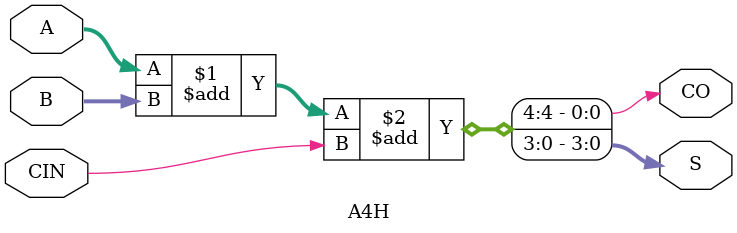
<source format=v>
`timescale 1ns/100ps

module A4H(
	input [3:0] A,
	input [3:0] B,
	input CIN,
	output [3:0] S,
	output CO
);

assign {CO, S} = A + B + CIN;

endmodule

</source>
